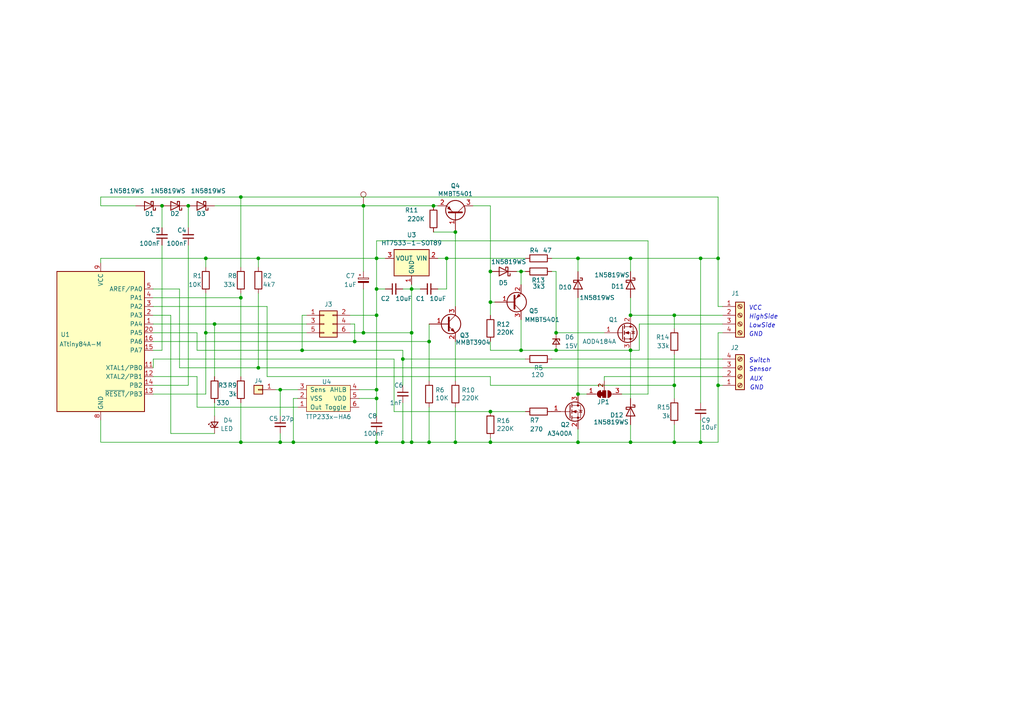
<source format=kicad_sch>
(kicad_sch (version 20231120) (generator "eeschema") (generator_version "8.0")
  (paper "A4")
  (lib_symbols
    (symbol "Connector:Screw_Terminal_01x04" (pin_names (offset 1.016) hide)
      (property "Reference" "J" (at 0 5.08 0))
      (property "Value" "Screw_Terminal_01x04" (at 0 -7.62 0))
      (symbol "Screw_Terminal_01x04_1_1"
        (rectangle (start -1.27 3.81) (end 1.27 -6.35) (stroke (width 0.254)) (fill (type background)))
        (circle (center 0 -5.08) (radius 0.635) (stroke (width 0.1524)))
        (circle (center 0 -2.54) (radius 0.635) (stroke (width 0.1524)))
        (polyline (pts (xy -0.5334 -4.7498) (xy 0.3302 -5.588)) (stroke (width 0.1524)))
        (polyline (pts (xy -0.5334 -2.2098) (xy 0.3302 -3.048)) (stroke (width 0.1524)))
        (polyline (pts (xy -0.5334 0.3302) (xy 0.3302 -0.508)) (stroke (width 0.1524)))
        (polyline (pts (xy -0.5334 2.8702) (xy 0.3302 2.032)) (stroke (width 0.1524)))
        (polyline (pts (xy -0.3556 -4.572) (xy 0.508 -5.4102)) (stroke (width 0.1524)))
        (polyline (pts (xy -0.3556 -2.032) (xy 0.508 -2.8702)) (stroke (width 0.1524)))
        (polyline (pts (xy -0.3556 0.508) (xy 0.508 -0.3302)) (stroke (width 0.1524)))
        (polyline (pts (xy -0.3556 3.048) (xy 0.508 2.2098)) (stroke (width 0.1524)))
        (circle (center 0 0) (radius 0.635) (stroke (width 0.1524)))
        (circle (center 0 2.54) (radius 0.635) (stroke (width 0.1524)))
        (pin passive line (at -5.08 2.54 0) (length 3.81) (name "Pin_1") (number "1"))
        (pin passive line (at -5.08 0 0) (length 3.81) (name "Pin_2") (number "2"))
        (pin passive line (at -5.08 -2.54 0) (length 3.81) (name "Pin_3") (number "3"))
        (pin passive line (at -5.08 -5.08 0) (length 3.81) (name "Pin_4") (number "4"))
      )
    )
    (symbol "Connector:TestPoint" (pin_numbers hide) (pin_names (offset 0.762) hide)
      (property "Reference" "TP" (at 0 6.858 0))
      (property "Value" "TestPoint" (at 0 5.08 0))
      (symbol "TestPoint_0_1"
        (circle (center 0 3.302) (radius 0.762))
      )
      (symbol "TestPoint_1_1"
        (pin passive line (at 0 0 90) (length 2.54) (name "1") (number "1"))
      )
    )
    (symbol "Connector_Generic:Conn_01x01" (pin_names (offset 1.016) hide)
      (property "Reference" "J" (at 0 2.54 0))
      (property "Value" "Conn_01x01" (at 0 -2.54 0))
      (symbol "Conn_01x01_1_1"
        (rectangle (start -1.27 0.127) (end 0 -0.127) (stroke (width 0.1524)))
        (rectangle (start -1.27 1.27) (end 1.27 -1.27) (stroke (width 0.254)) (fill (type background)))
        (pin passive line (at -5.08 0 0) (length 3.81) (name "Pin_1") (number "1"))
      )
    )
    (symbol "Connector_Generic:Conn_02x03_Odd_Even" (pin_names (offset 1.016) hide)
      (property "Reference" "J" (at 1.27 5.08 0))
      (property "Value" "Conn_02x03_Odd_Even" (at 1.27 -5.08 0))
      (symbol "Conn_02x03_Odd_Even_1_1"
        (rectangle (start -1.27 -2.413) (end 0 -2.667) (stroke (width 0.1524)))
        (rectangle (start -1.27 0.127) (end 0 -0.127) (stroke (width 0.1524)))
        (rectangle (start -1.27 2.667) (end 0 2.413) (stroke (width 0.1524)))
        (rectangle (start -1.27 3.81) (end 3.81 -3.81) (stroke (width 0.254)) (fill (type background)))
        (rectangle (start 3.81 -2.413) (end 2.54 -2.667) (stroke (width 0.1524)))
        (rectangle (start 3.81 0.127) (end 2.54 -0.127) (stroke (width 0.1524)))
        (rectangle (start 3.81 2.667) (end 2.54 2.413) (stroke (width 0.1524)))
        (pin passive line (at -5.08 2.54 0) (length 3.81) (name "Pin_1") (number "1"))
        (pin passive line (at 7.62 2.54 180) (length 3.81) (name "Pin_2") (number "2"))
        (pin passive line (at -5.08 0 0) (length 3.81) (name "Pin_3") (number "3"))
        (pin passive line (at 7.62 0 180) (length 3.81) (name "Pin_4") (number "4"))
        (pin passive line (at -5.08 -2.54 0) (length 3.81) (name "Pin_5") (number "5"))
        (pin passive line (at 7.62 -2.54 180) (length 3.81) (name "Pin_6") (number "6"))
      )
    )
    (symbol "Device:C_Small" (pin_numbers hide) (pin_names (offset 0.254) hide)
      (property "Reference" "C" (at 0.254 1.778 0))
      (property "Value" "C_Small" (at 0.254 -2.032 0))
      (symbol "C_Small_0_1"
        (polyline (pts (xy -1.524 -0.508) (xy 1.524 -0.508)) (stroke (width 0.3302)))
        (polyline (pts (xy -1.524 0.508) (xy 1.524 0.508)) (stroke (width 0.3048)))
      )
      (symbol "C_Small_1_1"
        (pin passive line (at 0 2.54 270) (length 2.032) (name "~") (number "1"))
        (pin passive line (at 0 -2.54 90) (length 2.032) (name "~") (number "2"))
      )
    )
    (symbol "Device:D_Schottky" (pin_numbers hide) (pin_names (offset 1.016) hide)
      (property "Reference" "D" (at 0 2.54 0))
      (property "Value" "D_Schottky" (at 0 -2.54 0))
      (symbol "D_Schottky_0_1"
        (polyline (pts (xy 1.27 0) (xy -1.27 0)))
        (polyline (pts (xy 1.27 1.27) (xy 1.27 -1.27) (xy -1.27 0) (xy 1.27 1.27)) (stroke (width 0.254)))
        (polyline (pts (xy -1.905 0.635) (xy -1.905 1.27) (xy -1.27 1.27) (xy -1.27 -1.27) (xy -0.635 -1.27) (xy -0.635 -0.635)) (stroke (width 0.254)))
      )
      (symbol "D_Schottky_1_1"
        (pin passive line (at -3.81 0 0) (length 2.54) (name "K") (number "1"))
        (pin passive line (at 3.81 0 180) (length 2.54) (name "A") (number "2"))
      )
    )
    (symbol "Device:D_Zener_Small" (pin_numbers hide) (pin_names (offset 0.254) hide)
      (property "Reference" "D" (at 0 2.286 0))
      (property "Value" "D_Zener_Small" (at 0 -2.286 0))
      (symbol "D_Zener_Small_0_1"
        (polyline (pts (xy 0.762 0) (xy -0.762 0)))
        (polyline (pts (xy -0.254 1.016) (xy -0.762 1.016) (xy -0.762 -1.016)) (stroke (width 0.254)))
        (polyline (pts (xy 0.762 1.016) (xy -0.762 0) (xy 0.762 -1.016) (xy 0.762 1.016)) (stroke (width 0.254)))
      )
      (symbol "D_Zener_Small_1_1"
        (pin passive line (at -2.54 0 0) (length 1.778) (name "K") (number "1"))
        (pin passive line (at 2.54 0 180) (length 1.778) (name "A") (number "2"))
      )
    )
    (symbol "Device:LED_Small" (pin_numbers hide) (pin_names (offset 0.254) hide)
      (property "Reference" "D" (at -1.27 3.175 0))
      (property "Value" "LED_Small" (at -4.445 -2.54 0))
      (symbol "LED_Small_0_1"
        (polyline (pts (xy -0.762 -1.016) (xy -0.762 1.016)) (stroke (width 0.254)))
        (polyline (pts (xy 1.016 0) (xy -0.762 0)))
        (polyline (pts (xy 0.762 -1.016) (xy -0.762 0) (xy 0.762 1.016) (xy 0.762 -1.016)) (stroke (width 0.254)))
        (polyline (pts (xy 0 0.762) (xy -0.508 1.27) (xy -0.254 1.27) (xy -0.508 1.27) (xy -0.508 1.016)))
        (polyline (pts (xy 0.508 1.27) (xy 0 1.778) (xy 0.254 1.778) (xy 0 1.778) (xy 0 1.524)))
      )
      (symbol "LED_Small_1_1"
        (pin passive line (at -2.54 0 0) (length 1.778) (name "K") (number "1"))
        (pin passive line (at 2.54 0 180) (length 1.778) (name "A") (number "2"))
      )
    )
    (symbol "Device:Q_NMOS_GDS" (pin_names (offset 0) hide)
      (property "Reference" "Q" (at 5.08 1.27 0))
      (property "Value" "Q_NMOS_GDS" (at 5.08 -1.27 0))
      (symbol "Q_NMOS_GDS_0_1"
        (polyline (pts (xy 0.254 0) (xy -2.54 0)))
        (polyline (pts (xy 0.254 1.905) (xy 0.254 -1.905)) (stroke (width 0.254)))
        (polyline (pts (xy 0.762 -1.27) (xy 0.762 -2.286)) (stroke (width 0.254)))
        (polyline (pts (xy 0.762 0.508) (xy 0.762 -0.508)) (stroke (width 0.254)))
        (polyline (pts (xy 0.762 2.286) (xy 0.762 1.27)) (stroke (width 0.254)))
        (polyline (pts (xy 2.54 2.54) (xy 2.54 1.778)))
        (polyline (pts (xy 2.54 -2.54) (xy 2.54 0) (xy 0.762 0)))
        (polyline (pts (xy 0.762 -1.778) (xy 3.302 -1.778) (xy 3.302 1.778) (xy 0.762 1.778)))
        (polyline (pts (xy 1.016 0) (xy 2.032 0.381) (xy 2.032 -0.381) (xy 1.016 0)) (fill (type outline)))
        (polyline (pts (xy 2.794 0.508) (xy 2.921 0.381) (xy 3.683 0.381) (xy 3.81 0.254)))
        (polyline (pts (xy 3.302 0.381) (xy 2.921 -0.254) (xy 3.683 -0.254) (xy 3.302 0.381)))
        (circle (center 1.651 0) (radius 2.794) (stroke (width 0.254)))
        (circle (center 2.54 -1.778) (radius 0.254) (fill (type outline)))
        (circle (center 2.54 1.778) (radius 0.254) (fill (type outline)))
      )
      (symbol "Q_NMOS_GDS_1_1"
        (pin input line (at -5.08 0 0) (length 2.54) (name "G") (number "1"))
        (pin passive line (at 2.54 5.08 270) (length 2.54) (name "D") (number "2"))
        (pin passive line (at 2.54 -5.08 90) (length 2.54) (name "S") (number "3"))
      )
    )
    (symbol "Device:Q_NMOS_GSD" (pin_names (offset 0) hide)
      (property "Reference" "Q" (at 5.08 1.27 0))
      (property "Value" "Q_NMOS_GSD" (at 5.08 -1.27 0))
      (symbol "Q_NMOS_GSD_0_1"
        (polyline (pts (xy 0.254 0) (xy -2.54 0)))
        (polyline (pts (xy 0.254 1.905) (xy 0.254 -1.905)) (stroke (width 0.254)))
        (polyline (pts (xy 0.762 -1.27) (xy 0.762 -2.286)) (stroke (width 0.254)))
        (polyline (pts (xy 0.762 0.508) (xy 0.762 -0.508)) (stroke (width 0.254)))
        (polyline (pts (xy 0.762 2.286) (xy 0.762 1.27)) (stroke (width 0.254)))
        (polyline (pts (xy 2.54 2.54) (xy 2.54 1.778)))
        (polyline (pts (xy 2.54 -2.54) (xy 2.54 0) (xy 0.762 0)))
        (polyline (pts (xy 0.762 -1.778) (xy 3.302 -1.778) (xy 3.302 1.778) (xy 0.762 1.778)))
        (polyline (pts (xy 1.016 0) (xy 2.032 0.381) (xy 2.032 -0.381) (xy 1.016 0)) (fill (type outline)))
        (polyline (pts (xy 2.794 0.508) (xy 2.921 0.381) (xy 3.683 0.381) (xy 3.81 0.254)))
        (polyline (pts (xy 3.302 0.381) (xy 2.921 -0.254) (xy 3.683 -0.254) (xy 3.302 0.381)))
        (circle (center 1.651 0) (radius 2.794) (stroke (width 0.254)))
        (circle (center 2.54 -1.778) (radius 0.254) (fill (type outline)))
        (circle (center 2.54 1.778) (radius 0.254) (fill (type outline)))
      )
      (symbol "Q_NMOS_GSD_1_1"
        (pin input line (at -5.08 0 0) (length 2.54) (name "G") (number "1"))
        (pin passive line (at 2.54 -5.08 90) (length 2.54) (name "S") (number "2"))
        (pin passive line (at 2.54 5.08 270) (length 2.54) (name "D") (number "3"))
      )
    )
    (symbol "Device:R" (pin_numbers hide) (pin_names (offset 0))
      (property "Reference" "R" (at 2.032 0 90))
      (property "Value" "R" (at 0 0 90))
      (symbol "R_0_1"
        (rectangle (start -1.016 -2.54) (end 1.016 2.54) (stroke (width 0.254)))
      )
      (symbol "R_1_1"
        (pin passive line (at 0 3.81 270) (length 1.27) (name "~") (number "1"))
        (pin passive line (at 0 -3.81 90) (length 1.27) (name "~") (number "2"))
      )
    )
    (symbol "Diode:1N5819WS" (pin_numbers hide) (pin_names (offset 1.016) hide)
      (property "Reference" "D" (at 0 2.54 0))
      (property "Value" "1N5819WS" (at 0 -2.54 0))
      (symbol "1N5819WS_0_1"
        (polyline (pts (xy 1.27 0) (xy -1.27 0)))
        (polyline (pts (xy 1.27 1.27) (xy 1.27 -1.27) (xy -1.27 0) (xy 1.27 1.27)) (stroke (width 0.254)))
        (polyline (pts (xy -1.905 0.635) (xy -1.905 1.27) (xy -1.27 1.27) (xy -1.27 -1.27) (xy -0.635 -1.27) (xy -0.635 -0.635)) (stroke (width 0.254)))
      )
      (symbol "1N5819WS_1_1"
        (pin passive line (at -3.81 0 0) (length 2.54) (name "K") (number "1"))
        (pin passive line (at 3.81 0 180) (length 2.54) (name "A") (number "2"))
      )
    )
    (symbol "FlushRobot-rescue:CP_Small-Device" (pin_numbers hide) (pin_names (offset 0.254) hide)
      (property "Reference" "C" (at 0.254 1.778 0))
      (property "Value" "Device_CP_Small" (at 0.254 -2.032 0))
      (symbol "CP_Small-Device_0_1"
        (rectangle (start -1.524 -0.3048) (end 1.524 -0.6858) (fill (type outline)))
        (rectangle (start -1.524 0.6858) (end 1.524 0.3048))
        (polyline (pts (xy -1.27 1.524) (xy -0.762 1.524)))
        (polyline (pts (xy -1.016 1.27) (xy -1.016 1.778)))
      )
      (symbol "CP_Small-Device_1_1"
        (pin passive line (at 0 2.54 270) (length 1.8542) (name "~") (number "1"))
        (pin passive line (at 0 -2.54 90) (length 1.8542) (name "~") (number "2"))
      )
    )
    (symbol "Jumper:SolderJumper_3_Bridged12" (pin_names (offset 0) hide)
      (property "Reference" "JP" (at -2.54 -2.54 0))
      (property "Value" "SolderJumper_3_Bridged12" (at 0 2.794 0))
      (symbol "SolderJumper_3_Bridged12_0_1"
        (rectangle (start -1.016 0.508) (end -0.508 -0.508) (fill (type outline)))
        (arc (start -1.016 1.016) (mid -2.0276 0) (end -1.016 -1.016))
        (arc (start -1.016 1.016) (mid -2.0276 0) (end -1.016 -1.016) (fill (type outline)))
        (rectangle (start -0.508 1.016) (end 0.508 -1.016) (fill (type outline)))
        (polyline (pts (xy -2.54 0) (xy -2.032 0)))
        (polyline (pts (xy -1.016 1.016) (xy -1.016 -1.016)))
        (polyline (pts (xy 0 -1.27) (xy 0 -1.016)))
        (polyline (pts (xy 1.016 1.016) (xy 1.016 -1.016)))
        (polyline (pts (xy 2.54 0) (xy 2.032 0)))
        (arc (start 1.016 -1.016) (mid 2.0276 0) (end 1.016 1.016))
        (arc (start 1.016 -1.016) (mid 2.0276 0) (end 1.016 1.016) (fill (type outline)))
      )
      (symbol "SolderJumper_3_Bridged12_1_1"
        (pin passive line (at -5.08 0 0) (length 2.54) (name "A") (number "1"))
        (pin passive line (at 0 -3.81 90) (length 2.54) (name "C") (number "2"))
        (pin passive line (at 5.08 0 180) (length 2.54) (name "B") (number "3"))
      )
    )
    (symbol "MCU_Microchip_ATtiny:ATtiny84A-M"
      (property "Reference" "U" (at -12.7 21.59 0))
      (property "Value" "ATtiny84A-M" (at 2.54 -21.59 0))
      (symbol "ATtiny84A-M_0_1"
        (rectangle (start -12.7 -20.32) (end 12.7 20.32) (stroke (width 0.254)) (fill (type background)))
      )
      (symbol "ATtiny84A-M_1_1"
        (pin bidirectional line (at 15.24 5.08 180) (length 2.54) (name "PA4") (number "1"))
        (pin no_connect line (at -12.7 -10.16 0) (length 2.54) hide (name "NC") (number "10"))
        (pin bidirectional line (at 15.24 -7.62 180) (length 2.54) (name "XTAL1/PB0") (number "11"))
        (pin bidirectional line (at 15.24 -10.16 180) (length 2.54) (name "XTAL2/PB1") (number "12"))
        (pin bidirectional line (at 15.24 -15.24 180) (length 2.54) (name "~{RESET}/PB3") (number "13"))
        (pin bidirectional line (at 15.24 -12.7 180) (length 2.54) (name "PB2") (number "14"))
        (pin bidirectional line (at 15.24 -2.54 180) (length 2.54) (name "PA7") (number "15"))
        (pin bidirectional line (at 15.24 0 180) (length 2.54) (name "PA6") (number "16"))
        (pin no_connect line (at -12.7 -12.7 0) (length 2.54) hide (name "NC") (number "17"))
        (pin no_connect line (at -12.7 -15.24 0) (length 2.54) hide (name "NC") (number "18"))
        (pin no_connect line (at -12.7 -17.78 0) (length 2.54) hide (name "NC") (number "19"))
        (pin bidirectional line (at 15.24 7.62 180) (length 2.54) (name "PA3") (number "2"))
        (pin bidirectional line (at 15.24 2.54 180) (length 2.54) (name "PA5") (number "20"))
        (pin passive line (at 0 -22.86 90) (length 2.54) hide (name "GND") (number "21"))
        (pin bidirectional line (at 15.24 10.16 180) (length 2.54) (name "PA2") (number "3"))
        (pin bidirectional line (at 15.24 12.7 180) (length 2.54) (name "PA1") (number "4"))
        (pin bidirectional line (at 15.24 15.24 180) (length 2.54) (name "AREF/PA0") (number "5"))
        (pin no_connect line (at -12.7 -5.08 0) (length 2.54) hide (name "NC") (number "6"))
        (pin no_connect line (at -12.7 -7.62 0) (length 2.54) hide (name "NC") (number "7"))
        (pin power_in line (at 0 -22.86 90) (length 2.54) (name "GND") (number "8"))
        (pin power_in line (at 0 22.86 270) (length 2.54) (name "VCC") (number "9"))
      )
    )
    (symbol "Regulator_Linear:HT75xx-1-SOT89"
      (property "Reference" "U" (at -5.08 -3.81 0))
      (property "Value" "HT75xx-1-SOT89" (at 0 6.35 0))
      (symbol "HT75xx-1-SOT89_0_1"
        (rectangle (start -5.08 5.08) (end 5.08 -2.54) (stroke (width 0.254)) (fill (type background)))
      )
      (symbol "HT75xx-1-SOT89_1_1"
        (pin power_in line (at 0 -5.08 90) (length 2.54) (name "GND") (number "1"))
        (pin power_in line (at -7.62 2.54 0) (length 2.54) (name "VIN") (number "2"))
        (pin power_out line (at 7.62 2.54 180) (length 2.54) (name "VOUT") (number "3"))
      )
    )
    (symbol "Transistor_BJT:MMBT3904" (pin_names (offset 0) hide)
      (property "Reference" "Q" (at 5.08 1.905 0))
      (property "Value" "MMBT3904" (at 5.08 0 0))
      (symbol "MMBT3904_0_1"
        (polyline (pts (xy 0.635 0.635) (xy 2.54 2.54)))
        (polyline (pts (xy 0.635 -0.635) (xy 2.54 -2.54) (xy 2.54 -2.54)))
        (polyline (pts (xy 0.635 1.905) (xy 0.635 -1.905) (xy 0.635 -1.905)) (stroke (width 0.508)))
        (polyline (pts (xy 1.27 -1.778) (xy 1.778 -1.27) (xy 2.286 -2.286) (xy 1.27 -1.778) (xy 1.27 -1.778)) (fill (type outline)))
        (circle (center 1.27 0) (radius 2.8194) (stroke (width 0.254)))
      )
      (symbol "MMBT3904_1_1"
        (pin input line (at -5.08 0 0) (length 5.715) (name "B") (number "1"))
        (pin passive line (at 2.54 -5.08 90) (length 2.54) (name "E") (number "2"))
        (pin passive line (at 2.54 5.08 270) (length 2.54) (name "C") (number "3"))
      )
    )
    (symbol "Transistor_BJT:MMBT3906" (pin_names (offset 0) hide)
      (property "Reference" "Q" (at 5.08 1.905 0))
      (property "Value" "MMBT3906" (at 5.08 0 0))
      (symbol "MMBT3906_0_1"
        (polyline (pts (xy 0.635 0.635) (xy 2.54 2.54)))
        (polyline (pts (xy 0.635 -0.635) (xy 2.54 -2.54) (xy 2.54 -2.54)))
        (polyline (pts (xy 0.635 1.905) (xy 0.635 -1.905) (xy 0.635 -1.905)) (stroke (width 0.508)))
        (polyline (pts (xy 2.286 -1.778) (xy 1.778 -2.286) (xy 1.27 -1.27) (xy 2.286 -1.778) (xy 2.286 -1.778)) (fill (type outline)))
        (circle (center 1.27 0) (radius 2.8194) (stroke (width 0.254)))
      )
      (symbol "MMBT3906_1_1"
        (pin input line (at -5.08 0 0) (length 5.715) (name "B") (number "1"))
        (pin passive line (at 2.54 -5.08 90) (length 2.54) (name "E") (number "2"))
        (pin passive line (at 2.54 5.08 270) (length 2.54) (name "C") (number "3"))
      )
    )
    (symbol "tfl_ttp233x-HA6:TTP233x-HA6-New_Library" (pin_names (offset 1.016))
      (property "Reference" "U" (at 0 7.62 0))
      (property "Value" "New_Library_TTP233x-HA6" (at 0 5.08 0))
      (symbol "TTP233x-HA6-New_Library_0_1"
        (polyline (pts (xy -6.35 3.81) (xy -6.35 -3.81) (xy 6.35 -3.81) (xy 6.35 3.81) (xy -6.35 3.81)) (fill (type background)))
      )
      (symbol "TTP233x-HA6-New_Library_1_1"
        (pin output line (at -8.89 2.54 0) (length 2.54) (name "Out") (number "1"))
        (pin power_in line (at -8.89 0 0) (length 2.54) (name "VSS") (number "2"))
        (pin input line (at -8.89 -2.54 0) (length 2.54) (name "Sens") (number "3"))
        (pin input line (at 8.89 -2.54 180) (length 2.54) (name "AHLB") (number "4"))
        (pin power_in line (at 8.89 0 180) (length 2.54) (name "VDD") (number "5"))
        (pin input line (at 8.89 2.54 180) (length 2.54) (name "Toggle") (number "6"))
      )
    )
  )
  (junction (at 109.22 128.27))
  (junction (at 69.85 86.36))
  (junction (at 182.88 74.93))
  (junction (at 182.88 101.6))
  (junction (at 167.64 128.27))
  (junction (at 54.61 59.69))
  (junction (at 74.93 74.93))
  (junction (at 151.13 78.74))
  (junction (at 182.88 128.27))
  (junction (at 109.22 74.93))
  (junction (at 161.29 101.6))
  (junction (at 182.88 91.44))
  (junction (at 105.41 59.69))
  (junction (at 81.28 128.27))
  (junction (at 208.28 74.93))
  (junction (at 142.24 87.63))
  (junction (at 142.24 78.74))
  (junction (at 124.46 128.27))
  (junction (at 81.28 113.03))
  (junction (at 119.38 128.27))
  (junction (at 109.22 115.57))
  (junction (at 195.58 91.44))
  (junction (at 132.08 67.31))
  (junction (at 208.28 111.76))
  (junction (at 167.64 74.93))
  (junction (at 109.22 91.44))
  (junction (at 129.54 74.93))
  (junction (at 195.58 111.76))
  (junction (at 109.22 113.03))
  (junction (at 142.24 128.27))
  (junction (at 125.73 59.69))
  (junction (at 203.2 128.27))
  (junction (at 151.13 101.6))
  (junction (at 85.09 128.27))
  (junction (at 105.41 96.52))
  (junction (at 116.84 104.14))
  (junction (at 59.69 74.93))
  (junction (at 124.46 99.06))
  (junction (at 161.29 96.52))
  (junction (at 69.85 57.15))
  (junction (at 119.38 96.52))
  (junction (at 59.69 96.52))
  (junction (at 116.84 128.27))
  (junction (at 69.85 128.27))
  (junction (at 142.24 119.38))
  (junction (at 203.2 74.93))
  (junction (at 195.58 128.27))
  (junction (at 167.64 114.3))
  (junction (at 46.99 59.69))
  (junction (at 62.23 93.98))
  (junction (at 109.22 83.82))
  (junction (at 87.63 101.6))
  (junction (at 132.08 128.27))
  (junction (at 102.87 99.06))
  (junction (at 119.38 83.82))
  (junction (at 74.93 106.68))
  (wire (pts (xy 69.85 57.15) (xy 29.21 57.15)))
  (wire (pts (xy 167.64 128.27) (xy 182.88 128.27)))
  (wire (pts (xy 86.36 115.57) (xy 85.09 115.57)))
  (wire (pts (xy 46.99 71.12) (xy 46.99 101.6)))
  (wire (pts (xy 142.24 78.74) (xy 142.24 87.63)))
  (wire (pts (xy 105.41 59.69) (xy 105.41 78.74)))
  (wire (pts (xy 109.22 113.03) (xy 109.22 115.57)))
  (wire (pts (xy 69.85 116.84) (xy 69.85 128.27)))
  (wire (pts (xy 119.38 83.82) (xy 119.38 96.52)))
  (wire (pts (xy 29.21 74.93) (xy 59.69 74.93)))
  (wire (pts (xy 160.02 74.93) (xy 167.64 74.93)))
  (wire (pts (xy 87.63 101.6) (xy 116.84 101.6)))
  (wire (pts (xy 203.2 74.93) (xy 208.28 74.93)))
  (wire (pts (xy 129.54 74.93) (xy 152.4 74.93)))
  (wire (pts (xy 187.96 114.3) (xy 187.96 69.85)))
  (wire (pts (xy 114.3 119.38) (xy 114.3 104.14)))
  (wire (pts (xy 151.13 101.6) (xy 161.29 101.6)))
  (wire (pts (xy 44.45 104.14) (xy 44.45 106.68)))
  (wire (pts (xy 182.88 74.93) (xy 203.2 74.93)))
  (wire (pts (xy 182.88 74.93) (xy 182.88 78.74)))
  (wire (pts (xy 69.85 128.27) (xy 81.28 128.27)))
  (wire (pts (xy 49.53 91.44) (xy 44.45 91.44)))
  (wire (pts (xy 142.24 99.06) (xy 142.24 101.6)))
  (wire (pts (xy 101.6 91.44) (xy 109.22 91.44)))
  (wire (pts (xy 151.13 78.74) (xy 152.4 78.74)))
  (wire (pts (xy 102.87 93.98) (xy 102.87 99.06)))
  (wire (pts (xy 203.2 121.92) (xy 203.2 128.27)))
  (wire (pts (xy 81.28 125.73) (xy 81.28 128.27)))
  (wire (pts (xy 57.15 96.52) (xy 57.15 101.6)))
  (wire (pts (xy 44.45 88.9) (xy 77.47 88.9)))
  (wire (pts (xy 119.38 96.52) (xy 119.38 128.27)))
  (wire (pts (xy 142.24 59.69) (xy 137.16 59.69)))
  (wire (pts (xy 116.84 128.27) (xy 119.38 128.27)))
  (wire (pts (xy 44.45 86.36) (xy 69.85 86.36)))
  (wire (pts (xy 109.22 128.27) (xy 116.84 128.27)))
  (wire (pts (xy 57.15 118.11) (xy 86.36 118.11)))
  (wire (pts (xy 182.88 86.36) (xy 182.88 91.44)))
  (wire (pts (xy 109.22 74.93) (xy 111.76 74.93)))
  (wire (pts (xy 116.84 111.76) (xy 116.84 104.14)))
  (wire (pts (xy 142.24 101.6) (xy 151.13 101.6)))
  (wire (pts (xy 62.23 93.98) (xy 88.9 93.98)))
  (wire (pts (xy 208.28 88.9) (xy 209.55 88.9)))
  (wire (pts (xy 44.45 111.76) (xy 54.61 111.76)))
  (wire (pts (xy 105.41 96.52) (xy 119.38 96.52)))
  (wire (pts (xy 143.51 87.63) (xy 142.24 87.63)))
  (wire (pts (xy 127 59.69) (xy 125.73 59.69)))
  (wire (pts (xy 132.08 128.27) (xy 142.24 128.27)))
  (wire (pts (xy 109.22 83.82) (xy 111.76 83.82)))
  (wire (pts (xy 132.08 99.06) (xy 132.08 110.49)))
  (wire (pts (xy 49.53 125.73) (xy 49.53 91.44)))
  (wire (pts (xy 182.88 101.6) (xy 185.42 101.6)))
  (wire (pts (xy 80.01 113.03) (xy 81.28 113.03)))
  (wire (pts (xy 167.64 74.93) (xy 167.64 78.74)))
  (wire (pts (xy 109.22 83.82) (xy 109.22 74.93)))
  (wire (pts (xy 125.73 59.69) (xy 105.41 59.69)))
  (wire (pts (xy 124.46 93.98) (xy 124.46 99.06)))
  (wire (pts (xy 195.58 91.44) (xy 209.55 91.44)))
  (wire (pts (xy 101.6 93.98) (xy 102.87 93.98)))
  (wire (pts (xy 44.45 99.06) (xy 102.87 99.06)))
  (wire (pts (xy 59.69 96.52) (xy 88.9 96.52)))
  (wire (pts (xy 208.28 96.52) (xy 209.55 96.52)))
  (wire (pts (xy 127 74.93) (xy 129.54 74.93)))
  (wire (pts (xy 116.84 116.84) (xy 116.84 128.27)))
  (wire (pts (xy 195.58 102.87) (xy 195.58 111.76)))
  (wire (pts (xy 142.24 111.76) (xy 195.58 111.76)))
  (wire (pts (xy 142.24 78.74) (xy 142.24 59.69)))
  (wire (pts (xy 69.85 57.15) (xy 208.28 57.15)))
  (wire (pts (xy 81.28 113.03) (xy 81.28 120.65)))
  (wire (pts (xy 29.21 128.27) (xy 69.85 128.27)))
  (wire (pts (xy 167.64 114.3) (xy 170.18 114.3)))
  (wire (pts (xy 49.53 125.73) (xy 62.23 125.73)))
  (wire (pts (xy 182.88 123.19) (xy 182.88 128.27)))
  (wire (pts (xy 142.24 127) (xy 142.24 128.27)))
  (wire (pts (xy 52.07 83.82) (xy 44.45 83.82)))
  (wire (pts (xy 57.15 101.6) (xy 87.63 101.6)))
  (wire (pts (xy 87.63 91.44) (xy 88.9 91.44)))
  (wire (pts (xy 124.46 99.06) (xy 124.46 110.49)))
  (wire (pts (xy 52.07 106.68) (xy 74.93 106.68)))
  (wire (pts (xy 185.42 101.6) (xy 185.42 93.98)))
  (wire (pts (xy 187.96 69.85) (xy 109.22 69.85)))
  (wire (pts (xy 175.26 109.22) (xy 209.55 109.22)))
  (wire (pts (xy 208.28 57.15) (xy 208.28 74.93)))
  (wire (pts (xy 125.73 67.31) (xy 132.08 67.31)))
  (wire (pts (xy 85.09 115.57) (xy 85.09 128.27)))
  (wire (pts (xy 182.88 91.44) (xy 195.58 91.44)))
  (wire (pts (xy 195.58 128.27) (xy 203.2 128.27)))
  (wire (pts (xy 195.58 123.19) (xy 195.58 128.27)))
  (wire (pts (xy 151.13 92.71) (xy 151.13 101.6)))
  (wire (pts (xy 114.3 104.14) (xy 44.45 104.14)))
  (wire (pts (xy 81.28 113.03) (xy 86.36 113.03)))
  (wire (pts (xy 69.85 85.09) (xy 69.85 86.36)))
  (wire (pts (xy 208.28 111.76) (xy 208.28 128.27)))
  (wire (pts (xy 102.87 99.06) (xy 124.46 99.06)))
  (wire (pts (xy 195.58 111.76) (xy 195.58 115.57)))
  (wire (pts (xy 114.3 119.38) (xy 142.24 119.38)))
  (wire (pts (xy 116.84 104.14) (xy 152.4 104.14)))
  (wire (pts (xy 29.21 74.93) (xy 29.21 76.2)))
  (wire (pts (xy 160.02 104.14) (xy 209.55 104.14)))
  (wire (pts (xy 104.14 115.57) (xy 109.22 115.57)))
  (wire (pts (xy 116.84 83.82) (xy 119.38 83.82)))
  (wire (pts (xy 208.28 96.52) (xy 208.28 111.76)))
  (wire (pts (xy 59.69 74.93) (xy 74.93 74.93)))
  (wire (pts (xy 105.41 83.82) (xy 105.41 96.52)))
  (wire (pts (xy 87.63 91.44) (xy 87.63 101.6)))
  (wire (pts (xy 109.22 83.82) (xy 109.22 91.44)))
  (wire (pts (xy 185.42 93.98) (xy 209.55 93.98)))
  (wire (pts (xy 182.88 101.6) (xy 182.88 115.57)))
  (wire (pts (xy 74.93 106.68) (xy 209.55 106.68)))
  (wire (pts (xy 109.22 69.85) (xy 109.22 74.93)))
  (wire (pts (xy 52.07 83.82) (xy 52.07 106.68)))
  (wire (pts (xy 105.41 59.69) (xy 62.23 59.69)))
  (wire (pts (xy 74.93 74.93) (xy 109.22 74.93)))
  (wire (pts (xy 167.64 124.46) (xy 167.64 128.27)))
  (wire (pts (xy 161.29 101.6) (xy 182.88 101.6)))
  (wire (pts (xy 29.21 57.15) (xy 29.21 59.69)))
  (wire (pts (xy 74.93 74.93) (xy 74.93 77.47)))
  (wire (pts (xy 29.21 121.92) (xy 29.21 128.27)))
  (wire (pts (xy 62.23 116.84) (xy 62.23 120.65)))
  (wire (pts (xy 161.29 96.52) (xy 175.26 96.52)))
  (wire (pts (xy 44.45 96.52) (xy 57.15 96.52)))
  (wire (pts (xy 104.14 113.03) (xy 109.22 113.03)))
  (wire (pts (xy 54.61 59.69) (xy 54.61 66.04)))
  (wire (pts (xy 142.24 87.63) (xy 142.24 91.44)))
  (wire (pts (xy 77.47 88.9) (xy 77.47 109.22)))
  (wire (pts (xy 44.45 114.3) (xy 59.69 114.3)))
  (wire (pts (xy 119.38 82.55) (xy 119.38 83.82)))
  (wire (pts (xy 116.84 104.14) (xy 116.84 101.6)))
  (wire (pts (xy 81.28 128.27) (xy 85.09 128.27)))
  (wire (pts (xy 44.45 93.98) (xy 62.23 93.98)))
  (wire (pts (xy 59.69 74.93) (xy 59.69 77.47)))
  (wire (pts (xy 151.13 82.55) (xy 151.13 78.74)))
  (wire (pts (xy 119.38 83.82) (xy 121.92 83.82)))
  (wire (pts (xy 142.24 109.22) (xy 142.24 111.76)))
  (wire (pts (xy 101.6 96.52) (xy 105.41 96.52)))
  (wire (pts (xy 59.69 96.52) (xy 59.69 114.3)))
  (wire (pts (xy 167.64 74.93) (xy 182.88 74.93)))
  (wire (pts (xy 77.47 109.22) (xy 142.24 109.22)))
  (wire (pts (xy 29.21 59.69) (xy 39.37 59.69)))
  (wire (pts (xy 124.46 128.27) (xy 132.08 128.27)))
  (wire (pts (xy 74.93 85.09) (xy 74.93 106.68)))
  (wire (pts (xy 142.24 119.38) (xy 152.4 119.38)))
  (wire (pts (xy 208.28 74.93) (xy 208.28 88.9)))
  (wire (pts (xy 119.38 128.27) (xy 124.46 128.27)))
  (wire (pts (xy 109.22 91.44) (xy 109.22 113.03)))
  (wire (pts (xy 180.34 114.3) (xy 187.96 114.3)))
  (wire (pts (xy 127 83.82) (xy 129.54 83.82)))
  (wire (pts (xy 62.23 93.98) (xy 62.23 109.22)))
  (wire (pts (xy 182.88 128.27) (xy 195.58 128.27)))
  (wire (pts (xy 203.2 128.27) (xy 208.28 128.27)))
  (wire (pts (xy 57.15 118.11) (xy 57.15 109.22)))
  (wire (pts (xy 57.15 109.22) (xy 44.45 109.22)))
  (wire (pts (xy 54.61 71.12) (xy 54.61 111.76)))
  (wire (pts (xy 175.26 109.22) (xy 175.26 110.49)))
  (wire (pts (xy 59.69 85.09) (xy 59.69 96.52)))
  (wire (pts (xy 109.22 115.57) (xy 109.22 120.65)))
  (wire (pts (xy 160.02 78.74) (xy 161.29 78.74)))
  (wire (pts (xy 69.85 77.47) (xy 69.85 57.15)))
  (wire (pts (xy 167.64 86.36) (xy 167.64 114.3)))
  (wire (pts (xy 209.55 111.76) (xy 208.28 111.76)))
  (wire (pts (xy 132.08 67.31) (xy 132.08 88.9)))
  (wire (pts (xy 69.85 86.36) (xy 69.85 109.22)))
  (wire (pts (xy 46.99 59.69) (xy 46.99 66.04)))
  (wire (pts (xy 149.86 78.74) (xy 151.13 78.74)))
  (wire (pts (xy 161.29 78.74) (xy 161.29 96.52)))
  (wire (pts (xy 132.08 118.11) (xy 132.08 128.27)))
  (wire (pts (xy 142.24 128.27) (xy 167.64 128.27)))
  (wire (pts (xy 109.22 125.73) (xy 109.22 128.27)))
  (wire (pts (xy 44.45 101.6) (xy 46.99 101.6)))
  (wire (pts (xy 85.09 128.27) (xy 109.22 128.27)))
  (wire (pts (xy 195.58 91.44) (xy 195.58 95.25)))
  (wire (pts (xy 124.46 118.11) (xy 124.46 128.27)))
  (wire (pts (xy 129.54 83.82) (xy 129.54 74.93)))
  (wire (pts (xy 203.2 74.93) (xy 203.2 116.84)))
  (text "AUX" (at 217.424 110.744 0) (effects (font (size 1.27 1.27) (italic yes)) (justify left bottom)))
  (text "GND" (at 217.17 97.79 0) (effects (font (size 1.27 1.27) (italic yes)) (justify left bottom)))
  (text "VCC" (at 217.17 90.17 0) (effects (font (size 1.27 1.27) (italic yes)) (justify left bottom)))
  (text "LowSide" (at 217.17 95.25 0) (effects (font (size 1.27 1.27) (italic yes)) (justify left bottom)))
  (text "Switch" (at 217.17 105.41 0) (effects (font (size 1.27 1.27) (italic yes)) (justify left bottom)))
  (text "GND" (at 217.424 113.284 0) (effects (font (size 1.27 1.27) (italic yes)) (justify left bottom)))
  (text "Sensor" (at 217.17 107.95 0) (effects (font (size 1.27 1.27) (italic yes)) (justify left bottom)))
  (text "HighSide" (at 217.17 92.71 0) (effects (font (size 1.27 1.27) (italic yes)) (justify left bottom)))
  (symbol (lib_id "Device:Q_NMOS_GDS") (at 180.34 96.52 0) (unit 1)
    (property "Reference" "Q1" (at 176.53 92.71 0) (effects (justify left)))
    (property "Value" "AOD4184A" (at 168.91 99.06 0) (effects (justify left)))
    (property "Footprint" "Package_TO_SOT_SMD:TO-252-2" (effects (hide yes)))
    (property "Description" "C99124" (effects (hide yes)))
    (property "LCSC" "C99124" (effects (hide yes)))
  )
  (symbol (lib_id "Regulator_Linear:HT75xx-1-SOT89") (at 119.38 77.47 0) (mirror y) (unit 1)
    (property "Reference" "U3" (at 119.38 68.1482 0))
    (property "Value" "HT7533-1-SOT89" (at 119.38 70.4596 0))
    (property "Footprint" "Package_TO_SOT_SMD:SOT-89-3" (effects (hide yes)))
    (property "Datasheet" "https://www.holtek.com/documents/10179/116711/HT75xx-1v250.pdf" (effects (hide yes)))
    (property "Description" "C14289" (effects (hide yes)))
    (property "LCSC" "C14289" (effects (hide yes)))
  )
  (symbol (lib_id "Device:R") (at 59.69 81.28 0) (unit 1)
    (property "Reference" "R1" (at 55.88 80.01 0) (effects (justify left)))
    (property "Value" "10K" (at 54.61 82.55 0) (effects (justify left)))
    (property "Footprint" "Resistor_SMD:R_0603_1608Metric" (effects (hide yes)))
    (property "Description" "C25804" (effects (hide yes)))
    (property "LCSC" "C25804" (effects (hide yes)))
  )
  (symbol (lib_id "Device:C_Small") (at 114.3 83.82 90) (unit 1)
    (property "Reference" "C2" (at 111.76 86.614 90))
    (property "Value" "10uF" (at 117.094 86.614 90))
    (property "Footprint" "Capacitor_SMD:C_0603_1608Metric" (effects (hide yes)))
    (property "Description" "C19702" (effects (hide yes)))
    (property "LCSC" "C19702" (effects (hide yes)))
  )
  (symbol (lib_id "Device:C_Small") (at 124.46 83.82 270) (unit 1)
    (property "Reference" "C1" (at 121.92 86.614 90))
    (property "Value" "10uF" (at 127 86.614 90))
    (property "Footprint" "Capacitor_SMD:C_0805_2012Metric" (effects (hide yes)))
    (property "Description" "C440198" (effects (hide yes)))
    (property "LCSC" "C440198" (effects (hide yes)))
  )
  (symbol (lib_id "Device:R") (at 62.23 113.03 0) (unit 1)
    (property "Reference" "R3" (at 63.246 111.76 0) (effects (justify left)))
    (property "Value" "330" (at 62.738 116.84 0) (effects (justify left)))
    (property "Footprint" "Resistor_SMD:R_0603_1608Metric" (effects (hide yes)))
    (property "Description" "C881395" (effects (hide yes)))
    (property "LCSC" "C881395" (effects (hide yes)))
  )
  (symbol (lib_id "Device:LED_Small") (at 62.23 123.19 90) (unit 1)
    (property "Reference" "D4" (at 64.77 121.92 90) (effects (justify right)))
    (property "Value" "LED" (at 63.9572 124.333 90) (effects (justify right)))
    (property "Footprint" "LED_THT:LED_D3.0mm" (effects (hide yes)))
    (property "Description" "C72043" (effects (hide yes)))
  )
  (symbol (lib_id "Device:R") (at 74.93 81.28 0) (unit 1)
    (property "Reference" "R2" (at 76.2 80.01 0) (effects (justify left)))
    (property "Value" "4k7" (at 76.2 82.55 0) (effects (justify left)))
    (property "Footprint" "Resistor_SMD:R_0603_1608Metric" (effects (hide yes)))
    (property "Description" "C23162" (effects (hide yes)))
    (property "LCSC" "C23162" (effects (hide yes)))
  )
  (symbol (lib_id "Connector:Screw_Terminal_01x04") (at 214.63 91.44 0) (unit 1)
    (property "Reference" "J1" (at 212.09 85.09 0) (effects (justify left)))
    (property "Value" "Screw_Terminal_01x04" (effects (hide yes)))
    (property "Footprint" "TerminalBlock_Phoenix:TerminalBlock_Phoenix_MKDS-1,5-4_1x04_P5.00mm_Horizontal" (effects (hide yes)))
  )
  (symbol (lib_id "Connector:Screw_Terminal_01x04") (at 214.63 109.22 0) (mirror x) (unit 1)
    (property "Reference" "J2" (at 213.106 100.838 0))
    (property "Value" "Screw_Terminal_01x04" (effects (hide yes)))
    (property "Footprint" "TerminalBlock_Phoenix:TerminalBlock_Phoenix_MKDS-1,5-4_1x04_P5.00mm_Horizontal" (effects (hide yes)))
  )
  (symbol (lib_id "Device:R") (at 156.21 74.93 270) (unit 1)
    (property "Reference" "R4" (at 154.94 72.644 90))
    (property "Value" "47" (at 158.75 72.644 90))
    (property "Footprint" "Resistor_SMD:R_0603_1608Metric" (effects (hide yes)))
    (property "Description" "C881191" (effects (hide yes)))
    (property "LCSC" "C23182" (effects (hide yes)))
  )
  (symbol (lib_id "Device:R") (at 156.21 104.14 270) (unit 1)
    (property "Reference" "R5" (at 156.21 106.68 90))
    (property "Value" "120" (at 155.956 108.712 90))
    (property "Footprint" "Resistor_SMD:R_0603_1608Metric" (effects (hide yes)))
    (property "Description" "C22787" (effects (hide yes)))
    (property "LCSC" "C22787" (effects (hide yes)))
  )
  (symbol (lib_id "Device:C_Small") (at 116.84 114.3 0) (unit 1)
    (property "Reference" "C6" (at 114.3 111.76 0) (effects (justify left)))
    (property "Value" "1nF" (at 113.03 116.84 0) (effects (justify left)))
    (property "Footprint" "Capacitor_SMD:C_0603_1608Metric" (effects (hide yes)))
    (property "LCSC" "C1588" (effects (hide yes)))
  )
  (symbol (lib_id "Connector_Generic:Conn_02x03_Odd_Even") (at 93.98 93.98 0) (unit 1) (in_bom no)
    (property "Reference" "J3" (at 95.25 88.265 0))
    (property "Value" "Conn_02x03_Odd_Even" (effects (hide yes)))
    (property "Footprint" "projects:SPI_programmer" (effects (hide yes)))
  )
  (symbol (lib_id "Device:Q_NMOS_GSD") (at 165.1 119.38 0) (unit 1)
    (property "Reference" "Q2" (at 162.56 123.19 0) (effects (justify left)))
    (property "Value" "A3400A" (at 158.75 125.73 0) (effects (justify left)))
    (property "Footprint" "Package_TO_SOT_SMD:SOT-23" (effects (hide yes)))
    (property "Description" "C20917" (effects (hide yes)))
    (property "LCSC" "C20917" (effects (hide yes)))
  )
  (symbol (lib_id "Device:R") (at 156.21 119.38 270) (unit 1)
    (property "Reference" "R7" (at 153.67 121.92 90) (effects (justify left)))
    (property "Value" "270" (at 153.67 124.46 90) (effects (justify left)))
    (property "Footprint" "Resistor_SMD:R_0603_1608Metric" (effects (hide yes)))
    (property "Description" "C22966" (effects (hide yes)))
    (property "LCSC" "C22966" (effects (hide yes)))
  )
  (symbol (lib_id "FlushRobot-rescue:CP_Small-Device") (at 105.41 81.28 0) (unit 1)
    (property "Reference" "C7" (at 101.6 80.01 0))
    (property "Value" "1uF" (at 101.6 82.55 0))
    (property "Footprint" "Capacitor_SMD:C_0603_1608Metric" (effects (hide yes)))
    (property "Description" "C15849" (effects (hide yes)))
    (property "LCSC" "C15849" (effects (hide yes)))
  )
  (symbol (lib_id "Device:D_Schottky") (at 50.8 59.69 180) (unit 1)
    (property "Reference" "D2" (at 52.07 61.976 0) (effects (justify left)))
    (property "Value" "1N5819WS" (at 53.848 55.372 0) (effects (justify left)))
    (property "Footprint" "Diode_SMD:D_SOD-323" (effects (hide yes)))
    (property "Description" "C191023" (effects (hide yes)))
    (property "LCSC" "C191023" (effects (hide yes)))
  )
  (symbol (lib_id "Device:R") (at 132.08 114.3 0) (unit 1)
    (property "Reference" "R10" (at 133.858 113.1316 0) (effects (justify left)))
    (property "Value" "220K" (at 133.858 115.443 0) (effects (justify left)))
    (property "Footprint" "Resistor_SMD:R_0603_1608Metric" (effects (hide yes)))
    (property "Description" "C22961" (effects (hide yes)))
    (property "LCSC" "C22961" (effects (hide yes)))
  )
  (symbol (lib_id "Device:R") (at 156.21 78.74 270) (unit 1)
    (property "Reference" "R13" (at 154.178 81.28 90) (effects (justify left)))
    (property "Value" "3k3" (at 154.432 83.058 90) (effects (justify left)))
    (property "Footprint" "Resistor_SMD:R_0603_1608Metric" (effects (hide yes)))
    (property "Description" "C23162" (effects (hide yes)))
    (property "LCSC" "C22978" (effects (hide yes)))
  )
  (symbol (lib_id "Device:C_Small") (at 46.99 68.58 180) (unit 1)
    (property "Reference" "C3" (at 46.482 66.802 0) (effects (justify left)))
    (property "Value" "100nF" (at 46.482 70.612 0) (effects (justify left)))
    (property "Footprint" "Capacitor_SMD:C_0603_1608Metric" (effects (hide yes)))
    (property "Description" "C14663" (effects (hide yes)))
    (property "LCSC" "C14663" (effects (hide yes)))
  )
  (symbol (lib_id "tfl_ttp233x-HA6:TTP233x-HA6-New_Library") (at 95.25 115.57 0) (mirror x) (unit 1)
    (property "Reference" "U4" (at 94.742 110.744 0))
    (property "Value" "TTP233x-HA6" (at 95.25 120.904 0))
    (property "Footprint" "Package_TO_SOT_SMD:SOT-23-6" (effects (hide yes)))
    (property "LCSC" "C2835626" (effects (hide yes)))
  )
  (symbol (lib_id "Device:R") (at 195.58 119.38 0) (unit 1)
    (property "Reference" "R15" (at 190.5 118.11 0) (effects (justify left)))
    (property "Value" "3k" (at 192.024 120.65 0) (effects (justify left)))
    (property "Footprint" "Resistor_SMD:R_0603_1608Metric" (effects (hide yes)))
    (property "Description" "C4211" (effects (hide yes)))
    (property "LCSC" "C4211" (effects (hide yes)))
  )
  (symbol (lib_id "Device:R") (at 69.85 81.28 0) (unit 1)
    (property "Reference" "R8" (at 66.04 80.01 0) (effects (justify left)))
    (property "Value" "33k" (at 64.77 82.55 0) (effects (justify left)))
    (property "Footprint" "Resistor_SMD:R_0603_1608Metric" (effects (hide yes)))
    (property "Description" "C4216" (effects (hide yes)))
    (property "LCSC" "C4216" (effects (hide yes)))
  )
  (symbol (lib_id "Diode:1N5819WS") (at 182.88 119.38 270) (unit 1)
    (property "Reference" "D12" (at 180.848 120.396 90) (effects (justify right)))
    (property "Value" "1N5819WS" (at 182.372 122.428 90) (effects (justify right)))
    (property "Footprint" "Diode_SMD:D_SOD-323" (effects (hide yes)))
    (property "Datasheet" "https://datasheet.lcsc.com/lcsc/2204281430_Guangdong-Hottech-1N5819WS_C191023.pdf" (effects (hide yes)))
    (property "Description" "40V 600mV@1A 1A SOD-323 Schottky Barrier Diodes, SOD-323" (effects (hide yes)))
    (property "LCSC" "C191023" (effects (hide yes)))
  )
  (symbol (lib_id "Device:C_Small") (at 81.28 123.19 0) (unit 1)
    (property "Reference" "C5" (at 77.978 121.412 0) (effects (justify left)))
    (property "Value" "27p" (at 81.534 121.412 0) (effects (justify left)))
    (property "Footprint" "Capacitor_SMD:C_0603_1608Metric" (effects (hide yes)))
    (property "Description" "Unpolarized capacitor, small symbol" (effects (hide yes)))
    (property "LCSC" "C92670" (effects (hide yes)))
  )
  (symbol (lib_id "Device:R") (at 69.85 113.03 0) (unit 1)
    (property "Reference" "R9" (at 66.04 111.76 0) (effects (justify left)))
    (property "Value" "3k" (at 66.294 114.3 0) (effects (justify left)))
    (property "Footprint" "Resistor_SMD:R_0603_1608Metric" (effects (hide yes)))
    (property "Description" "C4211" (effects (hide yes)))
    (property "LCSC" "C4211" (effects (hide yes)))
  )
  (symbol (lib_id "Diode:1N5819WS") (at 182.88 82.55 270) (unit 1)
    (property "Reference" "D11" (at 181.102 83.058 90) (effects (justify right)))
    (property "Value" "1N5819WS" (at 182.626 79.756 90) (effects (justify right)))
    (property "Footprint" "Diode_SMD:D_SOD-323" (effects (hide yes)))
    (property "Datasheet" "https://datasheet.lcsc.com/lcsc/2204281430_Guangdong-Hottech-1N5819WS_C191023.pdf" (effects (hide yes)))
    (property "Description" "40V 600mV@1A 1A SOD-323 Schottky Barrier Diodes, SOD-323" (effects (hide yes)))
    (property "LCSC" "C191023" (effects (hide yes)))
  )
  (symbol (lib_id "Device:C_Small") (at 109.22 123.19 0) (unit 1)
    (property "Reference" "C8" (at 106.68 120.65 0) (effects (justify left)))
    (property "Value" "100nF" (at 105.41 125.73 0) (effects (justify left)))
    (property "Footprint" "Capacitor_SMD:C_0603_1608Metric" (effects (hide yes)))
    (property "Description" "C14663" (effects (hide yes)))
    (property "LCSC" "C14663" (effects (hide yes)))
  )
  (symbol (lib_id "Device:C_Small") (at 203.2 119.38 0) (unit 1)
    (property "Reference" "C9" (at 204.724 121.92 0))
    (property "Value" "10uF" (at 205.74 123.952 0))
    (property "Footprint" "Capacitor_SMD:C_0805_2012Metric" (effects (hide yes)))
    (property "Description" "C440198" (effects (hide yes)))
    (property "LCSC" "C440198" (effects (hide yes)))
  )
  (symbol (lib_id "Transistor_BJT:MMBT3904") (at 129.54 93.98 0) (unit 1)
    (property "Reference" "Q3" (at 133.35 97.282 0) (effects (justify left)))
    (property "Value" "MMBT3904" (at 132.08 99.314 0) (effects (justify left)))
    (property "Footprint" "Package_TO_SOT_SMD:SOT-23" (effects (hide yes)))
    (property "Datasheet" "https://www.fairchildsemi.com/datasheets/2N/2N3904.pdf" (effects (hide yes)))
    (property "Description" "C20526" (effects (hide yes)))
    (property "LCSC" "C20526" (effects (hide yes)))
  )
  (symbol (lib_id "Device:R") (at 124.46 114.3 0) (unit 1)
    (property "Reference" "R6" (at 126.238 113.1316 0) (effects (justify left)))
    (property "Value" "10K" (at 126.238 115.443 0) (effects (justify left)))
    (property "Footprint" "Resistor_SMD:R_0603_1608Metric" (effects (hide yes)))
    (property "Description" "C25804" (effects (hide yes)))
    (property "LCSC" "C25804" (effects (hide yes)))
  )
  (symbol (lib_id "Device:D_Schottky") (at 58.42 59.69 180) (unit 1)
    (property "Reference" "D3" (at 59.69 61.976 0) (effects (justify left)))
    (property "Value" "1N5819WS" (at 65.532 55.372 0) (effects (justify left)))
    (property "Footprint" "Diode_SMD:D_SOD-323" (effects (hide yes)))
    (property "Description" "C191023" (effects (hide yes)))
    (property "LCSC" "C191023" (effects (hide yes)))
  )
  (symbol (lib_id "Device:R") (at 125.73 63.5 180) (unit 1)
    (property "Reference" "R11" (at 119.38 60.96 0))
    (property "Value" "220K" (at 120.65 63.5 0))
    (property "Footprint" "Resistor_SMD:R_0603_1608Metric" (effects (hide yes)))
    (property "Description" "C22961" (effects (hide yes)))
    (property "LCSC" "C22961" (effects (hide yes)))
  )
  (symbol (lib_id "Diode:1N5819WS") (at 167.64 82.55 270) (unit 1)
    (property "Reference" "D10" (at 165.862 83.312 90) (effects (justify right)))
    (property "Value" "1N5819WS" (at 178.308 86.36 90) (effects (justify right)))
    (property "Footprint" "Diode_SMD:D_SOD-323" (effects (hide yes)))
    (property "Datasheet" "https://datasheet.lcsc.com/lcsc/2204281430_Guangdong-Hottech-1N5819WS_C191023.pdf" (effects (hide yes)))
    (property "Description" "40V 600mV@1A 1A SOD-323 Schottky Barrier Diodes, SOD-323" (effects (hide yes)))
    (property "LCSC" "C191023" (effects (hide yes)))
  )
  (symbol (lib_id "Device:R") (at 195.58 99.06 0) (unit 1)
    (property "Reference" "R14" (at 190.246 97.79 0) (effects (justify left)))
    (property "Value" "33k" (at 190.5 100.33 0) (effects (justify left)))
    (property "Footprint" "Resistor_SMD:R_0603_1608Metric" (effects (hide yes)))
    (property "Description" "C4216" (effects (hide yes)))
    (property "LCSC" "C4216" (effects (hide yes)))
  )
  (symbol (lib_id "Device:D_Zener_Small") (at 161.29 99.06 270) (unit 1)
    (property "Reference" "D6" (at 163.83 97.7899 90) (effects (justify left)))
    (property "Value" "15V" (at 163.83 100.3299 90) (effects (justify left)))
    (property "Footprint" "Diode_SMD:D_SOD-323" (effects (hide yes)))
    (property "Description" "Zener diode, small symbol" (effects (hide yes)))
    (property "LCSC" "C545293" (effects (hide yes)))
  )
  (symbol (lib_id "Connector:TestPoint") (at 105.41 59.69 0) (unit 1) (in_bom no)
    (property "Reference" "TP1" (effects (hide yes)))
    (property "Value" "TestPoint" (effects (hide yes)))
    (property "Footprint" "TestPoint:TestPoint_Pad_1.5x1.5mm" (effects (hide yes)))
    (property "Description" "test point" (effects (hide yes)))
  )
  (symbol (lib_id "Connector_Generic:Conn_01x01") (at 74.93 113.03 180) (unit 1) (in_bom no)
    (property "Reference" "J4" (at 74.93 110.49 0))
    (property "Value" "Conn_01x01" (effects (hide yes)))
    (property "Footprint" "Connector_Wire:SolderWire-0.1sqmm_1x01_D0.4mm_OD1mm" (effects (hide yes)))
    (property "Description" "Generic connector, single row, 01x01, script generated (kicad-library-utils/schlib/autogen/connector/)" (effects (hide yes)))
  )
  (symbol (lib_id "Device:C_Small") (at 54.61 68.58 180) (unit 1)
    (property "Reference" "C4" (at 54.102 66.802 0) (effects (justify left)))
    (property "Value" "100nF" (at 54.356 70.612 0) (effects (justify left)))
    (property "Footprint" "Capacitor_SMD:C_0603_1608Metric" (effects (hide yes)))
    (property "Description" "C14663" (effects (hide yes)))
    (property "LCSC" "C14663" (effects (hide yes)))
  )
  (symbol (lib_id "Device:D_Schottky") (at 43.18 59.69 180) (unit 1)
    (property "Reference" "D1" (at 44.704 61.976 0) (effects (justify left)))
    (property "Value" "1N5819WS" (at 41.91 55.372 0) (effects (justify left)))
    (property "Footprint" "Diode_SMD:D_SOD-323" (effects (hide yes)))
    (property "Description" "C191023" (effects (hide yes)))
    (property "LCSC" "C191023" (effects (hide yes)))
  )
  (symbol (lib_id "MCU_Microchip_ATtiny:ATtiny84A-M") (at 29.21 99.06 0) (unit 1)
    (property "Reference" "U1" (at 20.32 97.028 0) (effects (justify right)))
    (property "Value" "ATtiny84A-M" (at 29.464 99.822 0) (effects (justify right)))
    (property "Footprint" "Package_DFN_QFN:QFN-20-1EP_4x4mm_P0.5mm_EP2.6x2.6mm" (effects (hide yes)))
    (property "Datasheet" "http://ww1.microchip.com/downloads/en/DeviceDoc/doc8183.pdf" (effects (hide yes)))
    (property "Description" "20MHz, 8kB Flash, 512B SRAM, 512B EEPROM, debugWIRE, QFN-20" (effects (hide yes)))
    (property "LCSC" "C1522082" (effects (hide yes)))
  )
  (symbol (lib_id "Device:R") (at 142.24 95.25 0) (unit 1)
    (property "Reference" "R12" (at 144.018 94.0816 0) (effects (justify left)))
    (property "Value" "220K" (at 144.018 96.393 0) (effects (justify left)))
    (property "Footprint" "Resistor_SMD:R_0603_1608Metric" (effects (hide yes)))
    (property "Description" "C22961" (effects (hide yes)))
    (property "LCSC" "C22961" (effects (hide yes)))
  )
  (symbol (lib_id "Device:D_Schottky") (at 146.05 78.74 180) (unit 1)
    (property "Reference" "D5" (at 147.32 82.042 0) (effects (justify left)))
    (property "Value" "1N5819WS" (at 152.654 75.946 0) (effects (justify left)))
    (property "Footprint" "Diode_SMD:D_SOD-323" (effects (hide yes)))
    (property "Description" "C191023" (effects (hide yes)))
    (property "LCSC" "C191023" (effects (hide yes)))
  )
  (symbol (lib_id "Transistor_BJT:MMBT3906") (at 132.08 62.23 270) (mirror x) (unit 1)
    (property "Reference" "Q4" (at 132.08 53.8988 90))
    (property "Value" "MMBT5401" (at 132.08 56.2102 90))
    (property "Footprint" "Package_TO_SOT_SMD:SOT-23" (effects (hide yes)))
    (property "Datasheet" "https://www.fairchildsemi.com/datasheets/2N/2N3906.pdf" (effects (hide yes)))
    (property "Description" "C388532" (effects (hide yes)))
    (property "LCSC" "C8326" (effects (hide yes)))
  )
  (symbol (lib_id "Transistor_BJT:MMBT3906") (at 148.59 87.63 0) (mirror x) (unit 1)
    (property "Reference" "Q5" (at 153.416 90.17 0) (effects (justify left)))
    (property "Value" "MMBT5401" (at 152.146 92.71 0) (effects (justify left)))
    (property "Footprint" "Package_TO_SOT_SMD:SOT-23" (effects (hide yes)))
    (property "Datasheet" "https://www.fairchildsemi.com/datasheets/2N/2N3906.pdf" (effects (hide yes)))
    (property "Description" "C388532" (effects (hide yes)))
    (property "LCSC" "C8326" (effects (hide yes)))
  )
  (symbol (lib_id "Jumper:SolderJumper_3_Bridged12") (at 175.26 114.3 0) (mirror x) (unit 1)
    (property "Reference" "JP1" (at 175.006 116.586 0))
    (property "Value" "SolderJumper_3_Bridged12" (effects (hide yes)))
    (property "Footprint" "Jumper:SolderJumper-3_P1.3mm_Bridged12_RoundedPad1.0x1.5mm" (effects (hide yes)))
    (property "Description" "3-pole Solder Jumper, pins 1+2 closed/bridged" (effects (hide yes)))
  )
  (symbol (lib_id "Device:R") (at 142.24 123.19 0) (unit 1)
    (property "Reference" "R16" (at 144.018 122.0216 0) (effects (justify left)))
    (property "Value" "220K" (at 144.018 124.333 0) (effects (justify left)))
    (property "Footprint" "Resistor_SMD:R_0603_1608Metric" (effects (hide yes)))
    (property "Description" "C22961" (effects (hide yes)))
    (property "LCSC" "C22961" (effects (hide yes)))
  )
)
</source>
